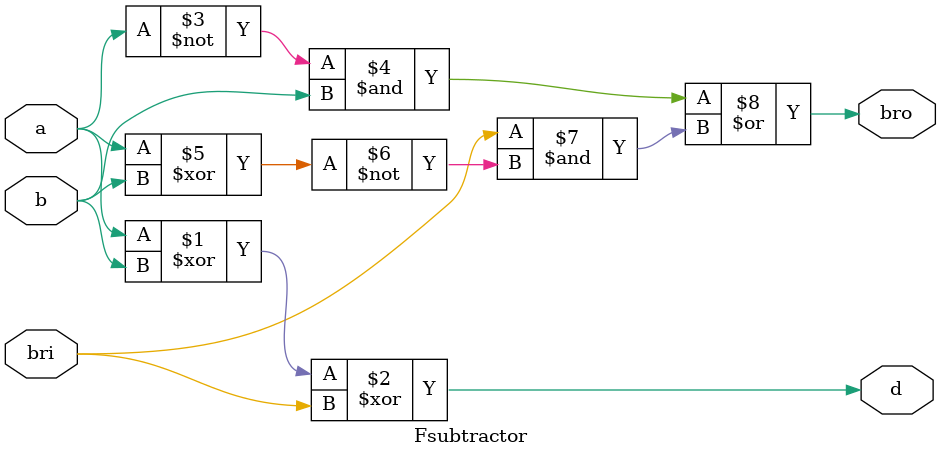
<source format=v>
`timescale 1ns / 1ps


module Fsubtractor(a,b,bri,d,bro);
    input a,b,bri;
    output d,bro;
    assign d = a^b^bri;
    assign bro = (~a)&b | bri & (~(a^b)); 
endmodule

</source>
